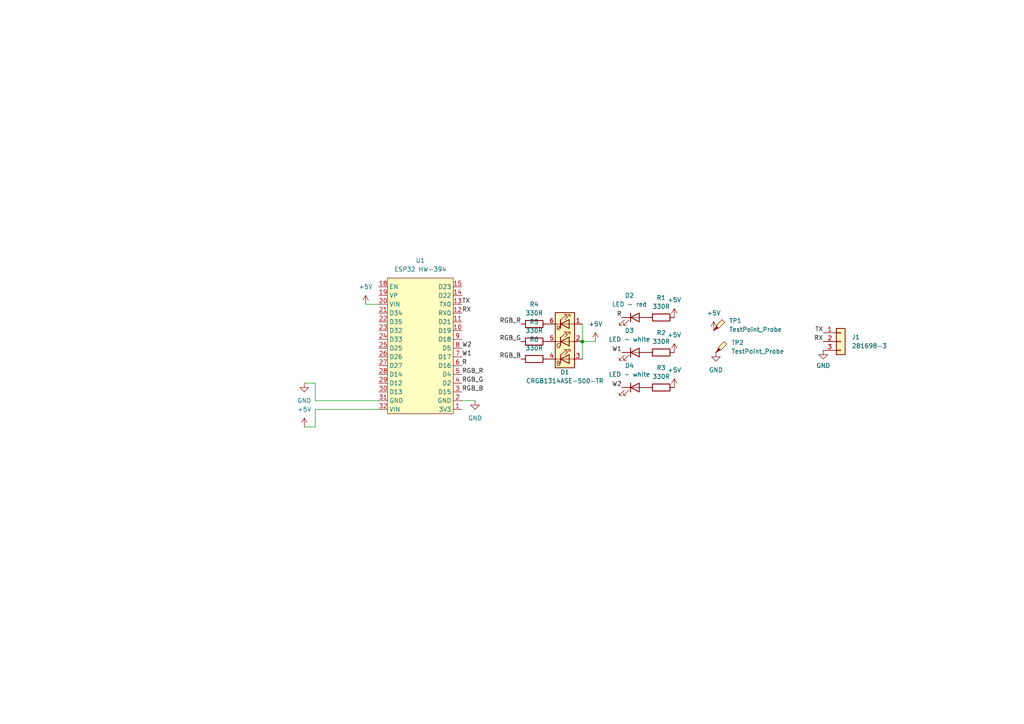
<source format=kicad_sch>
(kicad_sch (version 20230121) (generator eeschema)
  (paper "A4")
  (title_block (title "Signalbraeune") (date "2024-09-09") (rev "0.1.0") (company "Entropia e.V.") (comment 1 "by aklausl & Proliecan") (comment 2 "Proliecan`s version"))
  (lib_symbols
    (symbol "Connector:TestPoint_Probe" (pin_numbers hide) (pin_names (offset 0.762) hide)
      (property "Reference" "TP" (at 1.651 5.842 0))
      (property "Value" "TestPoint_Probe" (at 1.651 4.064 0))
      (symbol "TestPoint_Probe_0_1"
        (polyline (pts (xy 1.27 0.762) (xy 0 0) (xy 0.762 1.27) (xy 1.27 0.762)) (fill (type outline)))
        (polyline (pts (xy 1.397 0.635) (xy 0.635 1.397) (xy 2.413 3.175) (xy 3.175 2.413) (xy 1.397 0.635)) (fill (type background)))
      )
      (symbol "TestPoint_Probe_1_1"
        (pin passive line (at 0 0 90) (length 0) (name "1") (number "1"))
      )
    )
    (symbol "Connector_Generic:Conn_01x03" (pin_names (offset 1.016) hide)
      (property "Reference" "J" (at 0 5.08 0))
      (property "Value" "Conn_01x03" (at 0 -5.08 0))
      (symbol "Conn_01x03_1_1"
        (rectangle (start -1.27 -2.413) (end 0 -2.667) (stroke (width 0.1524)))
        (rectangle (start -1.27 0.127) (end 0 -0.127) (stroke (width 0.1524)))
        (rectangle (start -1.27 2.667) (end 0 2.413) (stroke (width 0.1524)))
        (rectangle (start -1.27 3.81) (end 1.27 -3.81) (stroke (width 0.254)) (fill (type background)))
        (pin passive line (at -5.08 2.54 0) (length 3.81) (name "Pin_1") (number "1"))
        (pin passive line (at -5.08 0 0) (length 3.81) (name "Pin_2") (number "2"))
        (pin passive line (at -5.08 -2.54 0) (length 3.81) (name "Pin_3") (number "3"))
      )
    )
    (symbol "Device:LED" (pin_numbers hide) (pin_names (offset 1.016) hide)
      (property "Reference" "D" (at 0 2.54 0))
      (property "Value" "LED" (at 0 -2.54 0))
      (symbol "LED_0_1"
        (polyline (pts (xy -1.27 -1.27) (xy -1.27 1.27)) (stroke (width 0.254)))
        (polyline (pts (xy -1.27 0) (xy 1.27 0)))
        (polyline (pts (xy 1.27 -1.27) (xy 1.27 1.27) (xy -1.27 0) (xy 1.27 -1.27)) (stroke (width 0.254)))
        (polyline (pts (xy -3.048 -0.762) (xy -4.572 -2.286) (xy -3.81 -2.286) (xy -4.572 -2.286) (xy -4.572 -1.524)))
        (polyline (pts (xy -1.778 -0.762) (xy -3.302 -2.286) (xy -2.54 -2.286) (xy -3.302 -2.286) (xy -3.302 -1.524)))
      )
      (symbol "LED_1_1"
        (pin passive line (at -3.81 0 0) (length 2.54) (name "K") (number "1"))
        (pin passive line (at 3.81 0 180) (length 2.54) (name "A") (number "2"))
      )
    )
    (symbol "Device:LED_RGB" (pin_names (offset 0) hide)
      (property "Reference" "D1" (at 0 12.7 0))
      (property "Value" "LED_RGB" (at 0 10.16 0))
      (symbol "LED_RGB_0_0"
        (text "B" (at -1.905 -6.35 0) (effects (font (size 1.27 1.27))))
        (text "G" (at -1.905 -1.27 0) (effects (font (size 1.27 1.27))))
        (text "R" (at -1.905 3.81 0) (effects (font (size 1.27 1.27))))
      )
      (symbol "LED_RGB_0_1"
        (polyline (pts (xy -1.27 -5.08) (xy -2.54 -5.08)))
        (polyline (pts (xy -1.27 -5.08) (xy 1.27 -5.08)))
        (polyline (pts (xy -1.27 -3.81) (xy -1.27 -6.35)) (stroke (width 0.254)))
        (polyline (pts (xy -1.27 0) (xy -2.54 0)))
        (polyline (pts (xy -1.27 1.27) (xy -1.27 -1.27)) (stroke (width 0.254)))
        (polyline (pts (xy -1.27 5.08) (xy -2.54 5.08)))
        (polyline (pts (xy -1.27 5.08) (xy 1.27 5.08)))
        (polyline (pts (xy -1.27 6.35) (xy -1.27 3.81)) (stroke (width 0.254)))
        (polyline (pts (xy 1.27 -5.08) (xy 2.54 -5.08)))
        (polyline (pts (xy 1.27 0) (xy -1.27 0)))
        (polyline (pts (xy 1.27 0) (xy 2.54 0)))
        (polyline (pts (xy 1.27 5.08) (xy 2.54 5.08)))
        (polyline (pts (xy -1.27 1.27) (xy -1.27 -1.27) (xy -1.27 -1.27)))
        (polyline (pts (xy -1.27 6.35) (xy -1.27 3.81) (xy -1.27 3.81)))
        (polyline (pts (xy 1.27 -3.81) (xy 1.27 -6.35) (xy -1.27 -5.08) (xy 1.27 -3.81)) (stroke (width 0.254)))
        (polyline (pts (xy 1.27 1.27) (xy 1.27 -1.27) (xy -1.27 0) (xy 1.27 1.27)) (stroke (width 0.254)))
        (polyline (pts (xy 1.27 6.35) (xy 1.27 3.81) (xy -1.27 5.08) (xy 1.27 6.35)) (stroke (width 0.254)))
        (polyline (pts (xy -1.016 -3.81) (xy 0.508 -2.286) (xy -0.254 -2.286) (xy 0.508 -2.286) (xy 0.508 -3.048)))
        (polyline (pts (xy -1.016 1.27) (xy 0.508 2.794) (xy -0.254 2.794) (xy 0.508 2.794) (xy 0.508 2.032)))
        (polyline (pts (xy -1.016 6.35) (xy 0.508 7.874) (xy -0.254 7.874) (xy 0.508 7.874) (xy 0.508 7.112)))
        (polyline (pts (xy 0 -3.81) (xy 1.524 -2.286) (xy 0.762 -2.286) (xy 1.524 -2.286) (xy 1.524 -3.048)))
        (polyline (pts (xy 0 1.27) (xy 1.524 2.794) (xy 0.762 2.794) (xy 1.524 2.794) (xy 1.524 2.032)))
        (polyline (pts (xy 0 6.35) (xy 1.524 7.874) (xy 0.762 7.874) (xy 1.524 7.874) (xy 1.524 7.112)))
        (rectangle (start 1.27 -1.27) (end 1.27 1.27))
        (rectangle (start 1.27 1.27) (end 1.27 1.27))
        (rectangle (start 1.27 3.81) (end 1.27 6.35))
        (rectangle (start 1.27 6.35) (end 1.27 6.35))
        (rectangle (start 2.794 8.382) (end -2.794 -7.62) (stroke (width 0.254)) (fill (type background)))
      )
      (symbol "LED_RGB_1_1"
        (pin passive line (at 5.08 5.08 180) (length 2.54) (name "AR") (number "1"))
        (pin passive line (at 5.08 0 180) (length 2.54) (name "GA") (number "2"))
        (pin passive line (at 5.08 -5.08 180) (length 2.54) (name "AB") (number "3"))
        (pin passive line (at -5.08 -5.08 0) (length 2.54) (name "BK") (number "4"))
        (pin passive line (at -5.08 0 0) (length 2.54) (name "GK") (number "5"))
        (pin passive line (at -5.08 5.08 0) (length 2.54) (name "RK") (number "6"))
      )
    )
    (symbol "Device:R" (pin_numbers hide) (pin_names (offset 0))
      (property "Reference" "R" (at 2.032 0 90))
      (property "Value" "R" (at 0 0 90))
      (symbol "R_0_1"
        (rectangle (start -1.016 -2.54) (end 1.016 2.54) (stroke (width 0.254)))
      )
      (symbol "R_1_1"
        (pin passive line (at 0 3.81 270) (length 1.27) (name "~") (number "1"))
        (pin passive line (at 0 -3.81 90) (length 1.27) (name "~") (number "2"))
      )
    )
    (symbol "ESP32_hw-394 :ESP32_hw-394"
      (property "Reference" "U1" (at -0.635 24.13 0))
      (property "Value" "ESP32 HW-394" (at -0.635 21.59 0))
      (symbol "ESP32_hw-394_1_1"
        (rectangle (start -10.16 19.05) (end 8.89 -20.32) (fill (type background)))
        (pin power_out line (at 11.43 -19.05 180) (length 2.54) (name "3V3") (number "1"))
        (pin bidirectional line (at 11.43 3.81 180) (length 2.54) (name "D19") (number "10"))
        (pin bidirectional line (at 11.43 6.35 180) (length 2.54) (name "D21") (number "11"))
        (pin bidirectional line (at 11.43 8.89 180) (length 2.54) (name "RX0") (number "12"))
        (pin bidirectional line (at 11.43 11.43 180) (length 2.54) (name "TX0") (number "13"))
        (pin bidirectional line (at 11.43 13.97 180) (length 2.54) (name "D22") (number "14"))
        (pin bidirectional line (at 11.43 16.51 180) (length 2.54) (name "D23") (number "15"))
        (pin input line (at -12.7 16.51 0) (length 2.54) (name "EN") (number "18"))
        (pin bidirectional line (at -12.7 13.97 0) (length 2.54) (name "VP") (number "19"))
        (pin power_out line (at 11.43 -16.51 180) (length 2.54) (name "GND") (number "2"))
        (pin bidirectional line (at -12.7 11.43 0) (length 2.54) (name "VIN") (number "20"))
        (pin bidirectional line (at -12.7 8.89 0) (length 2.54) (name "D34") (number "21"))
        (pin bidirectional line (at -12.7 6.35 0) (length 2.54) (name "D35") (number "22"))
        (pin bidirectional line (at -12.7 3.81 0) (length 2.54) (name "D32") (number "23"))
        (pin bidirectional line (at -12.7 1.27 0) (length 2.54) (name "D33") (number "24"))
        (pin bidirectional line (at -12.7 -1.27 0) (length 2.54) (name "D25") (number "25"))
        (pin bidirectional line (at -12.7 -3.81 0) (length 2.54) (name "D26") (number "26"))
        (pin bidirectional line (at -12.7 -6.35 0) (length 2.54) (name "D27") (number "27"))
        (pin bidirectional line (at -12.7 -8.89 0) (length 2.54) (name "D14") (number "28"))
        (pin bidirectional line (at -12.7 -11.43 0) (length 2.54) (name "D12") (number "29"))
        (pin bidirectional line (at 11.43 -13.97 180) (length 2.54) (name "D15") (number "3"))
        (pin bidirectional line (at -12.7 -13.97 0) (length 2.54) (name "D13") (number "30"))
        (pin power_out line (at -12.7 -16.51 0) (length 2.54) (name "GND") (number "31"))
        (pin power_out line (at -12.7 -19.05 0) (length 2.54) (name "VIN") (number "32"))
        (pin bidirectional line (at 11.43 -11.43 180) (length 2.54) (name "D2") (number "4"))
        (pin bidirectional line (at 11.43 -8.89 180) (length 2.54) (name "D4") (number "5"))
        (pin bidirectional line (at 11.43 -6.35 180) (length 2.54) (name "D16") (number "6"))
        (pin bidirectional line (at 11.43 -3.81 180) (length 2.54) (name "D17") (number "7"))
        (pin bidirectional line (at 11.43 -1.27 180) (length 2.54) (name "D5") (number "8"))
        (pin bidirectional line (at 11.43 1.27 180) (length 2.54) (name "D18") (number "9"))
      )
    )
    (symbol "power:+5V" (power) (pin_names (offset 0))
      (property "Value" "+5V" (at 0 3.556 0))
      (symbol "+5V_0_1"
        (polyline (pts (xy -0.762 1.27) (xy 0 2.54)))
        (polyline (pts (xy 0 0) (xy 0 2.54)))
        (polyline (pts (xy 0 2.54) (xy 0.762 1.27)))
      )
      (symbol "+5V_1_1"
        (pin power_in line (at 0 0 90) (length 0) hide (name "+5V") (number "1"))
      )
    )
    (symbol "power:GND" (power) (pin_names (offset 0))
      (property "Value" "GND" (at 0 -3.81 0))
      (symbol "GND_0_1"
        (polyline (pts (xy 0 0) (xy 0 -1.27) (xy 1.27 -1.27) (xy 0 -2.54) (xy -1.27 -1.27) (xy 0 -1.27)))
      )
      (symbol "GND_1_1"
        (pin power_in line (at 0 0 270) (length 0) hide (name "GND") (number "1"))
      )
    )
  )
  (junction (at 168.91 99.06))
  (wire (pts (xy 91.44 116.205) (xy 109.855 116.205)))
  (wire (pts (xy 88.265 111.125) (xy 91.44 111.125)))
  (wire (pts (xy 172.72 99.06) (xy 168.91 99.06)))
  (wire (pts (xy 168.91 99.06) (xy 168.91 104.14)))
  (wire (pts (xy 91.44 118.745) (xy 109.855 118.745)))
  (wire (pts (xy 91.44 111.125) (xy 91.44 116.205)))
  (wire (pts (xy 91.44 123.825) (xy 91.44 118.745)))
  (wire (pts (xy 88.265 123.825) (xy 91.44 123.825)))
  (wire (pts (xy 106.045 88.265) (xy 109.855 88.265)))
  (wire (pts (xy 168.91 93.98) (xy 168.91 99.06)))
  (wire (pts (xy 133.985 116.205) (xy 137.795 116.205)))
  (label "R" (at 180.34 92.075 180))
  (label "RGB_B" (at 151.13 104.14 180))
  (label "RGB_B" (at 133.985 113.665 0))
  (label "W2" (at 180.34 112.395 180))
  (label "RGB_G" (at 151.13 99.06 180))
  (label "RGB_R" (at 133.985 108.585 0))
  (label "R" (at 133.985 106.045 0))
  (label "RGB_G" (at 133.985 111.125 0))
  (label "RX" (at 133.985 90.805 0))
  (label "RX" (at 238.76 99.06 180))
  (label "RGB_R" (at 151.13 93.98 180))
  (label "W1" (at 180.34 102.235 180))
  (label "TX" (at 133.985 88.265 0))
  (label "TX" (at 238.76 96.52 180))
  (label "W2" (at 133.985 100.965 0))
  (label "W1" (at 133.985 103.505 0))
  (symbol (lib_id "power:+5V") (at 88.265 123.825 0) (unit 1)
    (property "Reference" "#PWR02" (effects hide))
    (property "Value" "+5V" (at 88.265 118.745 0))
  )
  (symbol (lib_id "ESP32_hw-394 :ESP32_hw-394") (at 122.555 99.695 0) (unit 1)
    (property "Reference" "U1" (at 121.92 75.565 0))
    (property "Value" "ESP32 HW-394" (at 121.92 78.105 0))
    (property "Footprint" "Package_DIP:DIP-32_W15.24mm" (effects hide))
  )
  (symbol (lib_id "power:GND") (at 137.795 116.205 0) (unit 1)
    (property "Reference" "#PWR04" (effects hide))
    (property "Value" "GND" (at 137.795 121.285 0))
  )
  (symbol (lib_id "Device:R") (at 191.77 112.395 90) (unit 1)
    (property "Reference" "R3" (at 191.77 106.68 90))
    (property "Value" "330R" (at 191.77 109.22 90))
    (property "Footprint" "Resistor_SMD:R_1206_3216Metric_Pad1.30x1.75mm_HandSolder" (effects hide))
  )
  (symbol (lib_id "Device:LED") (at 184.15 92.075 0) (unit 1)
    (property "Reference" "D2" (at 182.5625 85.725 0))
    (property "Value" "LED - red" (at 182.5625 88.265 0))
    (property "Footprint" "LED_SMD:LED_1206_3216Metric_Pad1.42x1.75mm_HandSolder" (effects hide))
  )
  (symbol (lib_id "Device:R") (at 191.77 92.075 90) (unit 1)
    (property "Reference" "R1" (at 191.77 86.36 90))
    (property "Value" "330R" (at 191.77 88.9 90))
    (property "Footprint" "Resistor_SMD:R_1206_3216Metric_Pad1.30x1.75mm_HandSolder" (effects hide))
  )
  (symbol (lib_id "power:+5V") (at 195.58 112.395 0) (unit 1)
    (property "Reference" "#PWR08" (effects hide))
    (property "Value" "+5V" (at 195.58 107.315 0))
  )
  (symbol (lib_id "power:GND") (at 238.76 101.6 0) (unit 1)
    (property "Reference" "#PWR011" (effects hide))
    (property "Value" "GND" (at 238.76 106.045 0))
  )
  (symbol (lib_id "power:GND") (at 88.265 111.125 0) (unit 1)
    (property "Reference" "#PWR03" (effects hide))
    (property "Value" "GND" (at 88.265 116.205 0))
  )
  (symbol (lib_id "Device:LED_RGB") (at 163.83 99.06 0) (unit 1)
    (property "Reference" "D1" (at 163.83 107.95 0))
    (property "Value" "CRGB1314ASE-500-TR" (at 163.83 110.49 0))
    (property "Footprint" "CRGB1314ASE-500-TR:CRGB1314ASE-500-TR" (effects hide))
  )
  (symbol (lib_id "power:+5V") (at 106.045 88.265 0) (unit 1)
    (property "Reference" "#PWR01" (effects hide))
    (property "Value" "+5V" (at 106.045 83.185 0))
  )
  (symbol (lib_id "Connector:TestPoint_Probe") (at 207.645 102.235 0) (unit 1)
    (property "Reference" "TP2" (at 212.09 99.3775 0) (effects (justify left)))
    (property "Value" "TestPoint_Probe" (at 212.09 101.9175 0) (effects (justify left)))
    (property "Footprint" "TestPoint:TestPoint_Pad_D1.0mm" (effects hide))
  )
  (symbol (lib_id "Device:LED") (at 184.15 102.235 0) (unit 1)
    (property "Reference" "D3" (at 182.5625 95.885 0))
    (property "Value" "LED - white" (at 182.5625 98.425 0))
    (property "Footprint" "LED_SMD:LED_1206_3216Metric_Pad1.42x1.75mm_HandSolder" (effects hide))
  )
  (symbol (lib_id "power:+5V") (at 207.01 95.885 0) (unit 1)
    (property "Reference" "#PWR09" (effects hide))
    (property "Value" "+5V" (at 207.01 90.805 0))
    (property "Footprint" "TestPoint:TestPoint_Pad_D1.0mm" (effects hide))
  )
  (symbol (lib_id "Device:R") (at 154.94 99.06 90) (unit 1)
    (property "Reference" "R5" (at 154.94 93.345 90))
    (property "Value" "330R" (at 154.94 95.885 90))
    (property "Footprint" "Resistor_SMD:R_1206_3216Metric_Pad1.30x1.75mm_HandSolder" (effects hide))
  )
  (symbol (lib_id "power:+5V") (at 195.58 92.075 0) (unit 1)
    (property "Reference" "#PWR06" (effects hide))
    (property "Value" "+5V" (at 195.58 86.995 0))
  )
  (symbol (lib_id "Device:R") (at 154.94 104.14 90) (unit 1)
    (property "Reference" "R6" (at 154.94 98.425 90))
    (property "Value" "330R" (at 154.94 100.965 90))
    (property "Footprint" "Resistor_SMD:R_1206_3216Metric_Pad1.30x1.75mm_HandSolder" (effects hide))
  )
  (symbol (lib_id "power:+5V") (at 195.58 102.235 0) (unit 1)
    (property "Reference" "#PWR07" (effects hide))
    (property "Value" "+5V" (at 195.58 97.155 0))
  )
  (symbol (lib_id "Connector:TestPoint_Probe") (at 207.01 95.885 0) (unit 1)
    (property "Reference" "TP1" (at 211.455 93.0275 0) (effects (justify left)))
    (property "Value" "TestPoint_Probe" (at 211.455 95.5675 0) (effects (justify left)))
    (property "Footprint" "TestPoint:TestPoint_Pad_D1.0mm" (effects hide))
  )
  (symbol (lib_id "Device:R") (at 154.94 93.98 90) (unit 1)
    (property "Reference" "R4" (at 154.94 88.265 90))
    (property "Value" "330R" (at 154.94 90.805 90))
    (property "Footprint" "Resistor_SMD:R_1206_3216Metric_Pad1.30x1.75mm_HandSolder" (effects hide))
  )
  (symbol (lib_id "power:+5V") (at 172.72 99.06 0) (unit 1)
    (property "Reference" "#PWR05" (effects hide))
    (property "Value" "+5V" (at 172.72 93.98 0))
  )
  (symbol (lib_id "power:GND") (at 207.645 102.235 0) (unit 1)
    (property "Reference" "#PWR010" (effects hide))
    (property "Value" "GND" (at 207.645 107.315 0))
  )
  (symbol (lib_id "Connector_Generic:Conn_01x03") (at 243.84 99.06 0) (unit 1)
    (property "Reference" "J1" (at 247.015 97.79 0) (effects (justify left)))
    (property "Value" "281698-3" (at 247.015 100.33 0) (effects (justify left)))
    (property "Footprint" "Connector_PinHeader_2.54mm:PinHeader_1x03_P2.54mm_Horizontal" (effects hide))
  )
  (symbol (lib_id "Device:R") (at 191.77 102.235 90) (unit 1)
    (property "Reference" "R2" (at 191.77 96.52 90))
    (property "Value" "330R" (at 191.77 99.06 90))
    (property "Footprint" "Resistor_SMD:R_1206_3216Metric_Pad1.30x1.75mm_HandSolder" (effects hide))
  )
  (symbol (lib_id "Device:LED") (at 184.15 112.395 0) (unit 1)
    (property "Reference" "D4" (at 182.5625 106.045 0))
    (property "Value" "LED - white" (at 182.5625 108.585 0))
    (property "Footprint" "LED_SMD:LED_1206_3216Metric_Pad1.42x1.75mm_HandSolder" (effects hide))
  )
)
</source>
